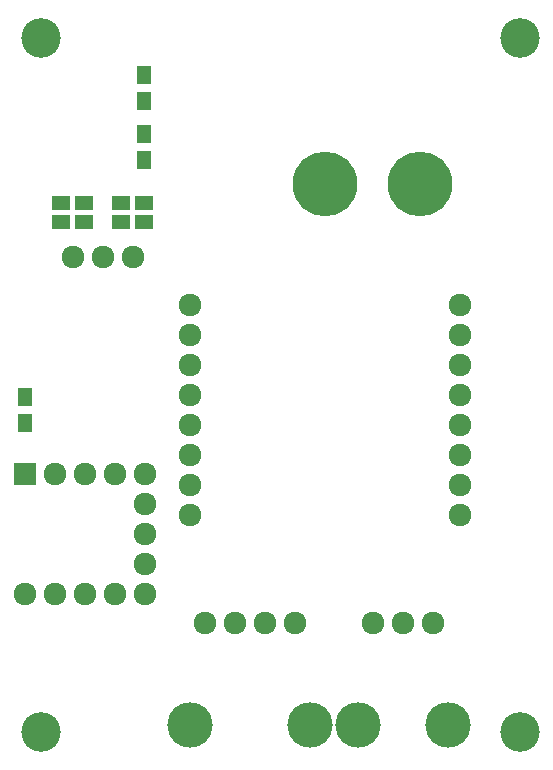
<source format=gbr>
G04 #@! TF.FileFunction,Soldermask,Top*
%FSLAX46Y46*%
G04 Gerber Fmt 4.6, Leading zero omitted, Abs format (unit mm)*
G04 Created by KiCad (PCBNEW 4.0.7) date 04/29/18 15:58:17*
%MOMM*%
%LPD*%
G01*
G04 APERTURE LIST*
%ADD10C,0.100000*%
%ADD11C,3.346400*%
%ADD12C,1.924000*%
%ADD13R,1.924000X1.924000*%
%ADD14R,1.600000X1.150000*%
%ADD15C,5.480000*%
%ADD16C,3.850000*%
%ADD17R,1.300000X1.600000*%
G04 APERTURE END LIST*
D10*
D11*
X240151920Y-83240880D03*
D12*
X208343500Y-130365500D03*
X208343500Y-127825500D03*
X208343500Y-125285500D03*
X208343500Y-122745500D03*
X208343500Y-120205500D03*
X205803500Y-120205500D03*
X203263500Y-120205500D03*
X200723500Y-120205500D03*
D13*
X198183500Y-120205500D03*
D12*
X205803500Y-130365500D03*
X203263500Y-130365500D03*
X200723500Y-130365500D03*
X198183500Y-130365500D03*
X202311000Y-101854000D03*
X204851000Y-101854000D03*
X207391000Y-101854000D03*
D14*
X201297500Y-97282000D03*
X203197500Y-97282000D03*
X206377500Y-98869500D03*
X208277500Y-98869500D03*
X201297500Y-98869500D03*
X203197500Y-98869500D03*
X206377500Y-97282000D03*
X208277500Y-97282000D03*
D15*
X223647000Y-95631000D03*
X231648000Y-95631000D03*
D12*
X221107000Y-132778500D03*
X218567000Y-132778500D03*
X216027000Y-132778500D03*
X213487000Y-132778500D03*
D16*
X222377000Y-141414500D03*
X212217000Y-141414500D03*
D12*
X232791000Y-132778500D03*
X230251000Y-132778500D03*
X227711000Y-132778500D03*
D16*
X234061000Y-141414500D03*
X226441000Y-141414500D03*
D17*
X208280000Y-86382500D03*
X208280000Y-88582500D03*
X208280000Y-91399000D03*
X208280000Y-93599000D03*
X198183500Y-115887500D03*
X198183500Y-113687500D03*
D12*
X212153500Y-105918000D03*
X212153500Y-108458000D03*
X212153500Y-110998000D03*
X212153500Y-113538000D03*
X212153500Y-116078000D03*
X212153500Y-118618000D03*
X212153500Y-121158000D03*
X212153500Y-123698000D03*
X235013500Y-105918000D03*
X235013500Y-108458000D03*
X235013500Y-110998000D03*
X235013500Y-113538000D03*
X235013500Y-116078000D03*
X235013500Y-118618000D03*
X235013500Y-121158000D03*
X235013500Y-123698000D03*
D11*
X240151920Y-142031720D03*
X199572880Y-142031720D03*
X199572880Y-83240880D03*
M02*

</source>
